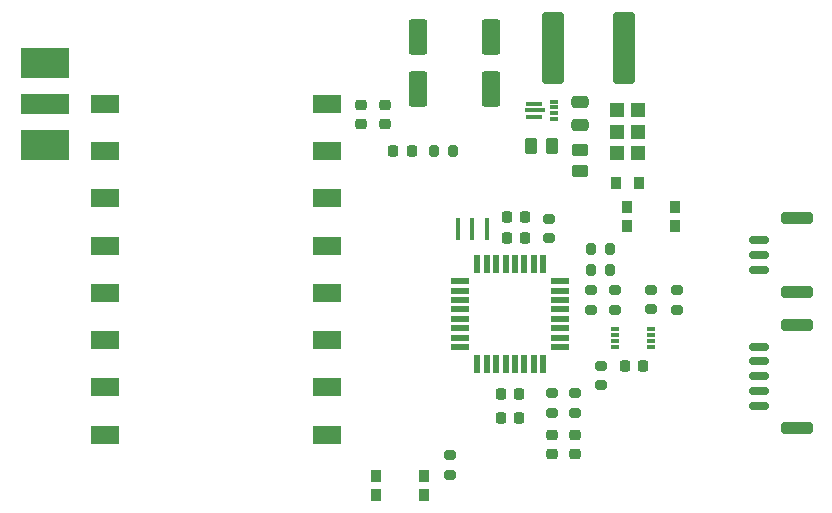
<source format=gtp>
G04 #@! TF.GenerationSoftware,KiCad,Pcbnew,(6.0.5-0)*
G04 #@! TF.CreationDate,2023-06-15T15:10:14-04:00*
G04 #@! TF.ProjectId,stratoconnect,73747261-746f-4636-9f6e-6e6563742e6b,rev?*
G04 #@! TF.SameCoordinates,Original*
G04 #@! TF.FileFunction,Paste,Top*
G04 #@! TF.FilePolarity,Positive*
%FSLAX46Y46*%
G04 Gerber Fmt 4.6, Leading zero omitted, Abs format (unit mm)*
G04 Created by KiCad (PCBNEW (6.0.5-0)) date 2023-06-15 15:10:14*
%MOMM*%
%LPD*%
G01*
G04 APERTURE LIST*
G04 Aperture macros list*
%AMRoundRect*
0 Rectangle with rounded corners*
0 $1 Rounding radius*
0 $2 $3 $4 $5 $6 $7 $8 $9 X,Y pos of 4 corners*
0 Add a 4 corners polygon primitive as box body*
4,1,4,$2,$3,$4,$5,$6,$7,$8,$9,$2,$3,0*
0 Add four circle primitives for the rounded corners*
1,1,$1+$1,$2,$3*
1,1,$1+$1,$4,$5*
1,1,$1+$1,$6,$7*
1,1,$1+$1,$8,$9*
0 Add four rect primitives between the rounded corners*
20,1,$1+$1,$2,$3,$4,$5,0*
20,1,$1+$1,$4,$5,$6,$7,0*
20,1,$1+$1,$6,$7,$8,$9,0*
20,1,$1+$1,$8,$9,$2,$3,0*%
G04 Aperture macros list end*
%ADD10R,0.900000X1.000000*%
%ADD11RoundRect,0.200000X-0.275000X0.200000X-0.275000X-0.200000X0.275000X-0.200000X0.275000X0.200000X0*%
%ADD12RoundRect,0.150000X0.700000X-0.150000X0.700000X0.150000X-0.700000X0.150000X-0.700000X-0.150000X0*%
%ADD13RoundRect,0.250000X1.100000X-0.250000X1.100000X0.250000X-1.100000X0.250000X-1.100000X-0.250000X0*%
%ADD14RoundRect,0.250000X0.550000X-1.250000X0.550000X1.250000X-0.550000X1.250000X-0.550000X-1.250000X0*%
%ADD15RoundRect,0.200000X-0.200000X-0.275000X0.200000X-0.275000X0.200000X0.275000X-0.200000X0.275000X0*%
%ADD16RoundRect,0.250000X-0.475000X0.250000X-0.475000X-0.250000X0.475000X-0.250000X0.475000X0.250000X0*%
%ADD17RoundRect,0.200000X0.200000X0.275000X-0.200000X0.275000X-0.200000X-0.275000X0.200000X-0.275000X0*%
%ADD18RoundRect,0.225000X-0.225000X-0.250000X0.225000X-0.250000X0.225000X0.250000X-0.225000X0.250000X0*%
%ADD19R,0.400000X1.900000*%
%ADD20RoundRect,0.225000X0.225000X0.250000X-0.225000X0.250000X-0.225000X-0.250000X0.225000X-0.250000X0*%
%ADD21R,4.190000X1.780000*%
%ADD22R,4.190000X2.665000*%
%ADD23R,2.400000X1.500000*%
%ADD24R,1.400000X0.450000*%
%ADD25R,1.700000X0.300000*%
%ADD26R,0.650000X0.350000*%
%ADD27RoundRect,0.250000X-0.262500X-0.450000X0.262500X-0.450000X0.262500X0.450000X-0.262500X0.450000X0*%
%ADD28R,0.800000X0.300000*%
%ADD29R,0.550000X1.600000*%
%ADD30R,1.600000X0.550000*%
%ADD31RoundRect,0.225000X-0.250000X0.225000X-0.250000X-0.225000X0.250000X-0.225000X0.250000X0.225000X0*%
%ADD32RoundRect,0.218750X0.256250X-0.218750X0.256250X0.218750X-0.256250X0.218750X-0.256250X-0.218750X0*%
%ADD33RoundRect,0.351852X0.598148X2.698148X-0.598148X2.698148X-0.598148X-2.698148X0.598148X-2.698148X0*%
%ADD34RoundRect,0.218750X-0.218750X-0.256250X0.218750X-0.256250X0.218750X0.256250X-0.218750X0.256250X0*%
%ADD35R,1.300000X1.200000*%
%ADD36R,0.950000X1.000000*%
%ADD37RoundRect,0.200000X0.275000X-0.200000X0.275000X0.200000X-0.275000X0.200000X-0.275000X-0.200000X0*%
%ADD38RoundRect,0.250000X-0.450000X0.262500X-0.450000X-0.262500X0.450000X-0.262500X0.450000X0.262500X0*%
G04 APERTURE END LIST*
D10*
X174800000Y-89300000D03*
X170700000Y-89300000D03*
X174800000Y-87700000D03*
X170700000Y-87700000D03*
D11*
X185350000Y-65925000D03*
X185350000Y-67575000D03*
D12*
X203150000Y-81750000D03*
X203150000Y-80500000D03*
X203150000Y-79250000D03*
X203150000Y-78000000D03*
X203150000Y-76750000D03*
D13*
X206350000Y-74900000D03*
X206350000Y-83600000D03*
D14*
X174250000Y-54950000D03*
X174250000Y-50550000D03*
D15*
X188925000Y-70250000D03*
X190575000Y-70250000D03*
D16*
X188000000Y-56050000D03*
X188000000Y-57950000D03*
D17*
X177293750Y-60200000D03*
X175643750Y-60200000D03*
D18*
X181325000Y-80750000D03*
X182875000Y-80750000D03*
D11*
X194000000Y-71950000D03*
X194000000Y-73600000D03*
D19*
X177700000Y-66750000D03*
X178900000Y-66750000D03*
X180100000Y-66750000D03*
D10*
X196050000Y-64950000D03*
X191950000Y-64950000D03*
X196050000Y-66550000D03*
X191950000Y-66550000D03*
D20*
X183375000Y-67550000D03*
X181825000Y-67550000D03*
D11*
X185600000Y-80691250D03*
X185600000Y-82341250D03*
D14*
X180500000Y-54950000D03*
X180500000Y-50550000D03*
D21*
X142672500Y-56190000D03*
D22*
X142672500Y-59682500D03*
X142672500Y-52697500D03*
D23*
X147760000Y-56190000D03*
X147760000Y-60190000D03*
X147760000Y-64190000D03*
X147760000Y-68190000D03*
X147760000Y-72190000D03*
X147760000Y-76190000D03*
X147760000Y-80190000D03*
X147760000Y-84190000D03*
X166610000Y-84190000D03*
X166610000Y-80190000D03*
X166610000Y-76190000D03*
X166610000Y-72190000D03*
X166610000Y-68190000D03*
X166610000Y-64190000D03*
X166610000Y-60190000D03*
X166610000Y-56190000D03*
D24*
X184075000Y-57300000D03*
D25*
X184225000Y-56750000D03*
D24*
X184075000Y-56200000D03*
D26*
X185800000Y-56000000D03*
X185800000Y-56500000D03*
X185800000Y-57000000D03*
X185800000Y-57500000D03*
D27*
X183837500Y-59750000D03*
X185662500Y-59750000D03*
D18*
X181325000Y-82750000D03*
X182875000Y-82750000D03*
D11*
X188950002Y-71975000D03*
X188950002Y-73625000D03*
D28*
X194050000Y-76750000D03*
X194050000Y-76250000D03*
X194050000Y-75750000D03*
X194050000Y-75250000D03*
X190950000Y-75250000D03*
X190950000Y-75750000D03*
X190950000Y-76250000D03*
X190950000Y-76750000D03*
D29*
X184900000Y-69750000D03*
X184100000Y-69750000D03*
X183300000Y-69750000D03*
X182500000Y-69750000D03*
X181700000Y-69750000D03*
X180900000Y-69750000D03*
X180100000Y-69750000D03*
X179300000Y-69750000D03*
D30*
X177850000Y-71200000D03*
X177850000Y-72000000D03*
X177850000Y-72800000D03*
X177850000Y-73600000D03*
X177850000Y-74400000D03*
X177850000Y-75200000D03*
X177850000Y-76000000D03*
X177850000Y-76800000D03*
D29*
X179300000Y-78250000D03*
X180100000Y-78250000D03*
X180900000Y-78250000D03*
X181700000Y-78250000D03*
X182500000Y-78250000D03*
X183300000Y-78250000D03*
X184100000Y-78250000D03*
X184900000Y-78250000D03*
D30*
X186350000Y-76800000D03*
X186350000Y-76000000D03*
X186350000Y-75200000D03*
X186350000Y-74400000D03*
X186350000Y-73600000D03*
X186350000Y-72800000D03*
X186350000Y-72000000D03*
X186350000Y-71200000D03*
D31*
X171500000Y-56325000D03*
X171500000Y-57875000D03*
D12*
X203150000Y-70250000D03*
X203150000Y-69000000D03*
X203150000Y-67750000D03*
D13*
X206350000Y-72100000D03*
X206350000Y-65900000D03*
D32*
X187600000Y-85803750D03*
X187600000Y-84228750D03*
D33*
X191750000Y-51500000D03*
X185750000Y-51500000D03*
D11*
X187600000Y-80691250D03*
X187600000Y-82341250D03*
X190950002Y-71975000D03*
X190950002Y-73625000D03*
D34*
X172181250Y-60200000D03*
X173756250Y-60200000D03*
D35*
X191100000Y-58550000D03*
X192900000Y-60350000D03*
X191100000Y-60350000D03*
X191100000Y-56750000D03*
X192900000Y-58550000D03*
X192900000Y-56750000D03*
D36*
X192970000Y-62900000D03*
X191030000Y-62900000D03*
D31*
X169500000Y-56325000D03*
X169500000Y-57875000D03*
D37*
X189800000Y-80025000D03*
X189800000Y-78375000D03*
D20*
X183375000Y-65750000D03*
X181825000Y-65750000D03*
D32*
X185600000Y-85803750D03*
X185600000Y-84228750D03*
D15*
X188925000Y-68500000D03*
X190575000Y-68500000D03*
D38*
X188000000Y-60087500D03*
X188000000Y-61912500D03*
D11*
X196250000Y-71975000D03*
X196250000Y-73625000D03*
X177000000Y-85925000D03*
X177000000Y-87575000D03*
D18*
X191825000Y-78400000D03*
X193375000Y-78400000D03*
M02*

</source>
